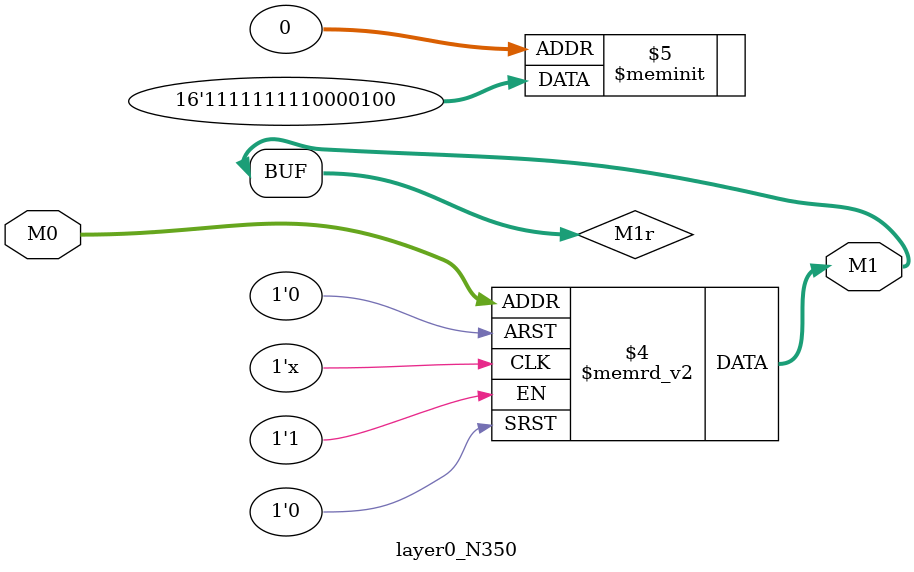
<source format=v>
module layer0_N350 ( input [2:0] M0, output [1:0] M1 );

	(*rom_style = "distributed" *) reg [1:0] M1r;
	assign M1 = M1r;
	always @ (M0) begin
		case (M0)
			3'b000: M1r = 2'b00;
			3'b100: M1r = 2'b11;
			3'b010: M1r = 2'b00;
			3'b110: M1r = 2'b11;
			3'b001: M1r = 2'b01;
			3'b101: M1r = 2'b11;
			3'b011: M1r = 2'b10;
			3'b111: M1r = 2'b11;

		endcase
	end
endmodule

</source>
